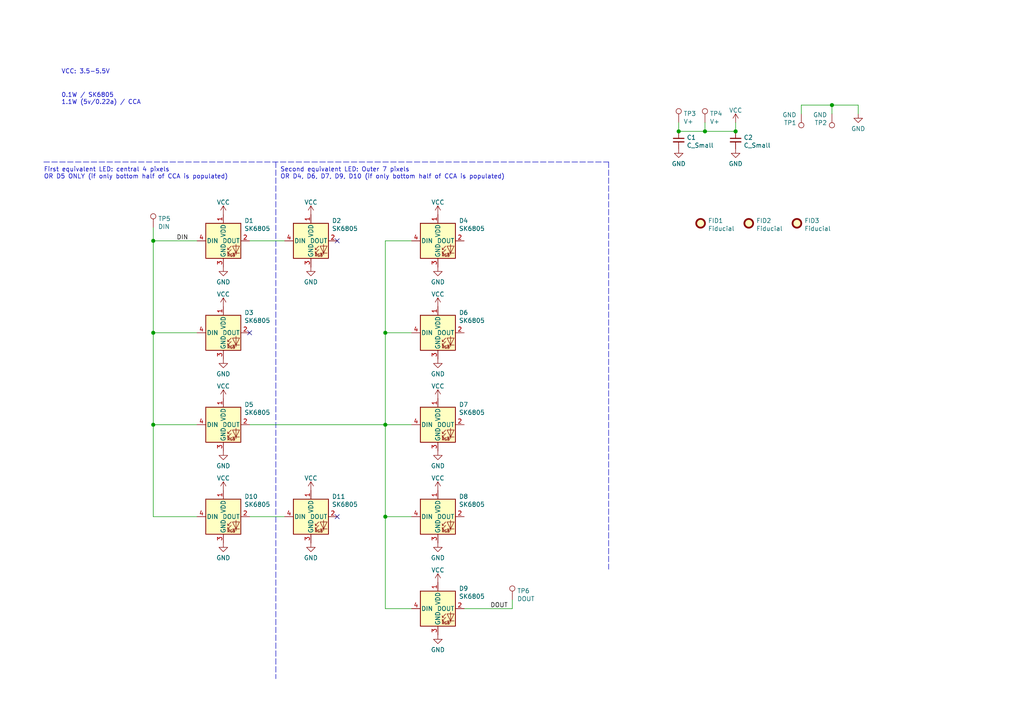
<source format=kicad_sch>
(kicad_sch (version 20210126) (generator eeschema)
  (paper "A4")
  (title_block (title "Scale CCA") (date "2021-08-15") (rev "v1r0"))
  (lib_symbols
    (symbol "Connector:TestPoint" (pin_numbers hide) (pin_names (offset 0.762) hide)
      (property "Reference" "TP" (at 0 6.858 0))
      (property "Value" "TestPoint" (at 0 5.08 0))
      (symbol "TestPoint_0_1"
        (circle (center 0 3.302) (radius 0.762))
      )
      (symbol "TestPoint_1_1"
        (pin passive line (at 0 0 90) (length 2.54) (name "1") (number "1"))
      )
    )
    (symbol "Device:C_Small" (pin_numbers hide) (pin_names (offset 0.254) hide)
      (property "Reference" "C" (at 0.254 1.778 0))
      (property "Value" "C_Small" (at 0.254 -2.032 0))
      (symbol "C_Small_0_1"
        (polyline (pts (xy -1.524 -0.508) (xy 1.524 -0.508)) (stroke (width 0.3302)))
        (polyline (pts (xy -1.524 0.508) (xy 1.524 0.508)) (stroke (width 0.3048)))
      )
      (symbol "C_Small_1_1"
        (pin passive line (at 0 2.54 270) (length 2.032) (name "~") (number "1"))
        (pin passive line (at 0 -2.54 90) (length 2.032) (name "~") (number "2"))
      )
    )
    (symbol "Mechanical:Fiducial"
      (property "Reference" "FID" (at 0 5.08 0))
      (property "Value" "Fiducial" (at 0 3.175 0))
      (symbol "Fiducial_0_1"
        (circle (center 0 0) (radius 1.27) (stroke (width 0.508)) (fill (type background)))
      )
    )
    (symbol "SK6805_2020:SK6805" (pin_names (offset 0.254))
      (property "Reference" "D" (at 7.62 6.35 0))
      (property "Value" "SK6805" (at 6.35 5.08 0))
      (symbol "SK6805_0_0"
        (text "RGB" (at 2.286 -4.191 0) (effects (font (size 0.762 0.762))))
      )
      (symbol "SK6805_0_1"
        (rectangle (start 5.08 5.08) (end -5.08 -5.08) (stroke (width 0.254)) (fill (type background)))
        (polyline (pts (xy 1.27 -3.556) (xy 1.778 -3.556)))
        (polyline (pts (xy 1.27 -2.54) (xy 1.778 -2.54)))
        (polyline (pts (xy 4.699 -3.556) (xy 2.667 -3.556)))
        (polyline (pts (xy 2.286 -2.54) (xy 1.27 -3.556) (xy 1.27 -3.048)))
        (polyline (pts (xy 2.286 -1.524) (xy 1.27 -2.54) (xy 1.27 -2.032)))
        (polyline (pts (xy 3.683 -1.016) (xy 3.683 -3.556) (xy 3.683 -4.064)))
        (polyline (pts (xy 4.699 -1.524) (xy 2.667 -1.524) (xy 3.683 -3.556) (xy 4.699 -1.524)))
      )
      (symbol "SK6805_1_1"
        (pin power_in line (at 0 7.62 270) (length 2.54) (name "VDD") (number "1"))
        (pin output line (at 7.62 0 180) (length 2.54) (name "DOUT") (number "2"))
        (pin power_in line (at 0 -7.62 90) (length 2.54) (name "GND") (number "3"))
        (pin input line (at -7.62 0 0) (length 2.54) (name "DIN") (number "4"))
      )
    )
    (symbol "power:GND" (power) (pin_names (offset 0))
      (property "Value" "GND" (at 0 -3.81 0))
      (symbol "GND_0_1"
        (polyline (pts (xy 0 0) (xy 0 -1.27) (xy 1.27 -1.27) (xy 0 -2.54) (xy -1.27 -1.27) (xy 0 -1.27)))
      )
      (symbol "GND_1_1"
        (pin power_in line (at 0 0 270) (length 0) hide (name "GND") (number "1"))
      )
    )
    (symbol "power:VCC" (power) (pin_names (offset 0))
      (property "Value" "VCC" (at 0 3.81 0))
      (symbol "VCC_0_1"
        (polyline (pts (xy -0.762 1.27) (xy 0 2.54)))
        (polyline (pts (xy 0 0) (xy 0 2.54)))
        (polyline (pts (xy 0 2.54) (xy 0.762 1.27)))
      )
      (symbol "VCC_1_1"
        (pin power_in line (at 0 0 90) (length 0) hide (name "VCC") (number "1"))
      )
    )
  )
  (junction (at 44.45 69.85) (diameter 1.016))
  (junction (at 44.45 96.52) (diameter 1.016))
  (junction (at 44.45 123.19) (diameter 1.016))
  (junction (at 111.76 96.52) (diameter 1.016))
  (junction (at 111.76 123.19) (diameter 1.016))
  (junction (at 111.76 149.86) (diameter 1.016))
  (junction (at 196.85 38.1) (diameter 1.016))
  (junction (at 204.47 38.1) (diameter 1.016))
  (junction (at 213.36 38.1) (diameter 1.016))
  (junction (at 241.3 30.48) (diameter 1.016))
  (no_connect (at 72.39 96.52))
  (no_connect (at 97.79 69.85))
  (no_connect (at 97.79 149.86))
  (wire (pts (xy 44.45 66.04) (xy 44.45 69.85)))
  (wire (pts (xy 44.45 69.85) (xy 44.45 96.52)))
  (wire (pts (xy 44.45 69.85) (xy 57.15 69.85)))
  (wire (pts (xy 44.45 96.52) (xy 44.45 123.19)))
  (wire (pts (xy 44.45 96.52) (xy 57.15 96.52)))
  (wire (pts (xy 44.45 123.19) (xy 44.45 149.86)))
  (wire (pts (xy 44.45 123.19) (xy 57.15 123.19)))
  (wire (pts (xy 44.45 149.86) (xy 57.15 149.86)))
  (wire (pts (xy 72.39 69.85) (xy 82.55 69.85)))
  (wire (pts (xy 72.39 123.19) (xy 111.76 123.19)))
  (wire (pts (xy 72.39 149.86) (xy 82.55 149.86)))
  (wire (pts (xy 111.76 69.85) (xy 111.76 96.52)))
  (wire (pts (xy 111.76 96.52) (xy 111.76 123.19)))
  (wire (pts (xy 111.76 123.19) (xy 111.76 149.86)))
  (wire (pts (xy 111.76 123.19) (xy 119.38 123.19)))
  (wire (pts (xy 111.76 176.53) (xy 111.76 149.86)))
  (wire (pts (xy 119.38 69.85) (xy 111.76 69.85)))
  (wire (pts (xy 119.38 96.52) (xy 111.76 96.52)))
  (wire (pts (xy 119.38 149.86) (xy 111.76 149.86)))
  (wire (pts (xy 119.38 176.53) (xy 111.76 176.53)))
  (wire (pts (xy 148.59 173.99) (xy 148.59 176.53)))
  (wire (pts (xy 148.59 176.53) (xy 134.62 176.53)))
  (wire (pts (xy 196.85 35.56) (xy 196.85 38.1)))
  (wire (pts (xy 196.85 38.1) (xy 204.47 38.1)))
  (wire (pts (xy 204.47 35.56) (xy 204.47 38.1)))
  (wire (pts (xy 204.47 38.1) (xy 213.36 38.1)))
  (wire (pts (xy 213.36 38.1) (xy 213.36 35.56)))
  (wire (pts (xy 232.41 30.48) (xy 241.3 30.48)))
  (wire (pts (xy 232.41 33.02) (xy 232.41 30.48)))
  (wire (pts (xy 241.3 30.48) (xy 241.3 33.02)))
  (wire (pts (xy 241.3 30.48) (xy 248.92 30.48)))
  (wire (pts (xy 248.92 30.48) (xy 248.92 33.02)))
  (polyline (pts (xy 12.7 46.99) (xy 176.53 46.99)) (stroke (width 0) (type dash)))
  (polyline (pts (xy 80.01 46.99) (xy 80.01 196.85)) (stroke (width 0) (type dash)))
  (polyline (pts (xy 176.53 46.99) (xy 176.53 165.1)) (stroke (width 0) (type dash)))
  (text "First equivalent LED: central 4 pixels\nOR D5 ONLY (if only bottom half of CCA is populated)" (at 12.7 52.07 0) (effects (font (size 1.27 1.27)) (justify left bottom)))
  (text "VCC: 3.5-5.5V" (at 17.78 21.59 0) (effects (font (size 1.27 1.27)) (justify left bottom)))
  (text "0.1W / SK6805\n1.1W (5v/0.22a) / CCA" (at 17.78 30.48 0) (effects (font (size 1.27 1.27)) (justify left bottom)))
  (text "Second equivalent LED: Outer 7 pixels\nOR D4, D6, D7, D9, D10 (if only bottom half of CCA is populated)" (at 81.28 52.07 0) (effects (font (size 1.27 1.27)) (justify left bottom)))
  (label "DIN" (at 54.61 69.85 180))
  (label "DOUT" (at 147.32 176.53 180))
  (symbol (lib_id "power:VCC") (at 64.77 62.23 0) (unit 1)
    (property "Reference" "#PWR05" (effects hide))
    (property "Value" "VCC" (at 64.77 58.6826 0))
  )
  (symbol (lib_id "power:VCC") (at 64.77 88.9 0) (unit 1)
    (property "Reference" "#PWR07" (effects hide))
    (property "Value" "VCC" (at 64.77 85.3526 0))
  )
  (symbol (lib_id "power:VCC") (at 64.77 115.57 0) (unit 1)
    (property "Reference" "#PWR09" (effects hide))
    (property "Value" "VCC" (at 64.77 112.0226 0))
  )
  (symbol (lib_id "power:VCC") (at 64.77 142.24 0) (unit 1)
    (property "Reference" "#PWR020" (effects hide))
    (property "Value" "VCC" (at 64.77 138.6926 0))
  )
  (symbol (lib_id "power:VCC") (at 90.17 62.23 0) (unit 1)
    (property "Reference" "#PWR06" (effects hide))
    (property "Value" "VCC" (at 90.17 58.6826 0))
  )
  (symbol (lib_id "power:VCC") (at 90.17 142.24 0) (unit 1)
    (property "Reference" "#PWR021" (effects hide))
    (property "Value" "VCC" (at 90.17 138.6926 0))
  )
  (symbol (lib_id "power:VCC") (at 127 62.23 0) (unit 1)
    (property "Reference" "#PWR08" (effects hide))
    (property "Value" "VCC" (at 127 58.6826 0))
  )
  (symbol (lib_id "power:VCC") (at 127 88.9 0) (unit 1)
    (property "Reference" "#PWR010" (effects hide))
    (property "Value" "VCC" (at 127 85.3526 0))
  )
  (symbol (lib_id "power:VCC") (at 127 115.57 0) (unit 1)
    (property "Reference" "#PWR017" (effects hide))
    (property "Value" "VCC" (at 127 112.0226 0))
  )
  (symbol (lib_id "power:VCC") (at 127 142.24 0) (unit 1)
    (property "Reference" "#PWR018" (effects hide))
    (property "Value" "VCC" (at 127 138.6926 0))
  )
  (symbol (lib_id "power:VCC") (at 127 168.91 0) (unit 1)
    (property "Reference" "#PWR019" (effects hide))
    (property "Value" "VCC" (at 127 165.3626 0))
  )
  (symbol (lib_id "power:VCC") (at 213.36 35.56 0) (unit 1)
    (property "Reference" "#PWR02" (effects hide))
    (property "Value" "VCC" (at 213.36 32.0126 0))
  )
  (symbol (lib_id "Connector:TestPoint") (at 44.45 66.04 0) (unit 1)
    (property "Reference" "TP5" (at 45.8471 63.4376 0) (effects (justify left)))
    (property "Value" "DIN" (at 45.8471 65.7363 0) (effects (justify left)))
    (property "Footprint" "SMT_24AWG_Pad:SMT_24AWG_Pad" (effects hide))
  )
  (symbol (lib_id "Connector:TestPoint") (at 148.59 173.99 0) (unit 1)
    (property "Reference" "TP6" (at 149.9871 171.3876 0) (effects (justify left)))
    (property "Value" "DOUT" (at 149.9871 173.6863 0) (effects (justify left)))
    (property "Footprint" "SMT_24AWG_Pad:SMT_24AWG_Pad" (effects hide))
  )
  (symbol (lib_id "Connector:TestPoint") (at 196.85 35.56 0) (unit 1)
    (property "Reference" "TP3" (at 198.2471 32.9576 0) (effects (justify left)))
    (property "Value" "V+" (at 198.2471 35.2563 0) (effects (justify left)))
    (property "Footprint" "SMT_24AWG_Pad:SMT_24AWG_Pad" (effects hide))
  )
  (symbol (lib_id "Connector:TestPoint") (at 204.47 35.56 0) (unit 1)
    (property "Reference" "TP4" (at 205.8671 32.9576 0) (effects (justify left)))
    (property "Value" "V+" (at 205.8671 35.2563 0) (effects (justify left)))
    (property "Footprint" "SMT_24AWG_Pad:SMT_24AWG_Pad" (effects hide))
  )
  (symbol (lib_id "Connector:TestPoint") (at 232.41 33.02 180) (unit 1)
    (property "Reference" "TP1" (at 231.0129 35.6224 0) (effects (justify left)))
    (property "Value" "GND" (at 231.0129 33.3237 0) (effects (justify left)))
    (property "Footprint" "SMT_24AWG_Pad:SMT_24AWG_Pad" (effects hide))
  )
  (symbol (lib_id "Connector:TestPoint") (at 241.3 33.02 180) (unit 1)
    (property "Reference" "TP2" (at 239.9029 35.6224 0) (effects (justify left)))
    (property "Value" "GND" (at 239.9029 33.3237 0) (effects (justify left)))
    (property "Footprint" "SMT_24AWG_Pad:SMT_24AWG_Pad" (effects hide))
  )
  (symbol (lib_id "power:GND") (at 64.77 77.47 0) (unit 1)
    (property "Reference" "#PWR011" (effects hide))
    (property "Value" "GND" (at 64.77 81.7944 0))
  )
  (symbol (lib_id "power:GND") (at 64.77 104.14 0) (unit 1)
    (property "Reference" "#PWR013" (effects hide))
    (property "Value" "GND" (at 64.77 108.4644 0))
  )
  (symbol (lib_id "power:GND") (at 64.77 130.81 0) (unit 1)
    (property "Reference" "#PWR015" (effects hide))
    (property "Value" "GND" (at 64.77 135.1344 0))
  )
  (symbol (lib_id "power:GND") (at 64.77 157.48 0) (unit 1)
    (property "Reference" "#PWR025" (effects hide))
    (property "Value" "GND" (at 64.77 161.8044 0))
  )
  (symbol (lib_id "power:GND") (at 90.17 77.47 0) (unit 1)
    (property "Reference" "#PWR012" (effects hide))
    (property "Value" "GND" (at 90.17 81.7944 0))
  )
  (symbol (lib_id "power:GND") (at 90.17 157.48 0) (unit 1)
    (property "Reference" "#PWR026" (effects hide))
    (property "Value" "GND" (at 90.17 161.8044 0))
  )
  (symbol (lib_id "power:GND") (at 127 77.47 0) (unit 1)
    (property "Reference" "#PWR014" (effects hide))
    (property "Value" "GND" (at 127 81.7944 0))
  )
  (symbol (lib_id "power:GND") (at 127 104.14 0) (unit 1)
    (property "Reference" "#PWR016" (effects hide))
    (property "Value" "GND" (at 127 108.4644 0))
  )
  (symbol (lib_id "power:GND") (at 127 130.81 0) (unit 1)
    (property "Reference" "#PWR022" (effects hide))
    (property "Value" "GND" (at 127 135.1344 0))
  )
  (symbol (lib_id "power:GND") (at 127 157.48 0) (unit 1)
    (property "Reference" "#PWR023" (effects hide))
    (property "Value" "GND" (at 127 161.8044 0))
  )
  (symbol (lib_id "power:GND") (at 127 184.15 0) (unit 1)
    (property "Reference" "#PWR024" (effects hide))
    (property "Value" "GND" (at 127 188.4744 0))
  )
  (symbol (lib_id "power:GND") (at 196.85 43.18 0) (unit 1)
    (property "Reference" "#PWR03" (effects hide))
    (property "Value" "GND" (at 196.85 47.5044 0))
  )
  (symbol (lib_id "power:GND") (at 213.36 43.18 0) (unit 1)
    (property "Reference" "#PWR04" (effects hide))
    (property "Value" "GND" (at 213.36 47.5044 0))
  )
  (symbol (lib_id "power:GND") (at 248.92 33.02 0) (unit 1)
    (property "Reference" "#PWR01" (effects hide))
    (property "Value" "GND" (at 248.92 37.3444 0))
  )
  (symbol (lib_id "Mechanical:Fiducial") (at 203.2 64.77 0) (unit 1)
    (property "Reference" "FID1" (at 205.3591 64.0091 0) (effects (justify left)))
    (property "Value" "Fiducial" (at 205.3591 66.3078 0) (effects (justify left)))
    (property "Footprint" "Fiducial:Fiducial_0.5mm_Mask1mm" (effects hide))
  )
  (symbol (lib_id "Mechanical:Fiducial") (at 217.17 64.77 0) (unit 1)
    (property "Reference" "FID2" (at 219.3291 64.0091 0) (effects (justify left)))
    (property "Value" "Fiducial" (at 219.3291 66.3078 0) (effects (justify left)))
    (property "Footprint" "Fiducial:Fiducial_0.5mm_Mask1mm" (effects hide))
  )
  (symbol (lib_id "Mechanical:Fiducial") (at 231.14 64.77 0) (unit 1)
    (property "Reference" "FID3" (at 233.2991 64.0091 0) (effects (justify left)))
    (property "Value" "Fiducial" (at 233.2991 66.3078 0) (effects (justify left)))
    (property "Footprint" "Fiducial:Fiducial_0.5mm_Mask1mm" (effects hide))
  )
  (symbol (lib_id "Device:C_Small") (at 196.85 40.64 0) (unit 1)
    (property "Reference" "C1" (at 199.1742 39.8791 0) (effects (justify left)))
    (property "Value" "C_Small" (at 199.1742 42.1778 0) (effects (justify left)))
    (property "Footprint" "Capacitor_SMD:C_0805_2012Metric" (effects hide))
  )
  (symbol (lib_id "Device:C_Small") (at 213.36 40.64 0) (unit 1)
    (property "Reference" "C2" (at 215.6842 39.8791 0) (effects (justify left)))
    (property "Value" "C_Small" (at 215.6842 42.1778 0) (effects (justify left)))
    (property "Footprint" "Capacitor_SMD:C_0805_2012Metric" (effects hide))
  )
  (symbol (lib_id "SK6805_2020:SK6805") (at 64.77 69.85 0) (unit 1)
    (property "Reference" "D1" (at 70.8661 64.0091 0) (effects (justify left)))
    (property "Value" "SK6805" (at 70.8661 66.3078 0) (effects (justify left)))
    (property "Footprint" "SK6805_2020:LED_SK6805_2.0x2.0mm" (effects hide))
    (property "Datasheet" "https://cdn-shop.adafruit.com/product-files/3484/3484_Datasheet.pdf" (effects hide))
  )
  (symbol (lib_id "SK6805_2020:SK6805") (at 64.77 96.52 0) (unit 1)
    (property "Reference" "D3" (at 70.8661 90.6791 0) (effects (justify left)))
    (property "Value" "SK6805" (at 70.8661 92.9778 0) (effects (justify left)))
    (property "Footprint" "SK6805_2020:LED_SK6805_2.0x2.0mm" (effects hide))
    (property "Datasheet" "https://cdn-shop.adafruit.com/product-files/3484/3484_Datasheet.pdf" (effects hide))
  )
  (symbol (lib_id "SK6805_2020:SK6805") (at 64.77 123.19 0) (unit 1)
    (property "Reference" "D5" (at 70.8661 117.3491 0) (effects (justify left)))
    (property "Value" "SK6805" (at 70.8661 119.6478 0) (effects (justify left)))
    (property "Footprint" "SK6805_2020:LED_SK6805_2.0x2.0mm" (effects hide))
    (property "Datasheet" "https://cdn-shop.adafruit.com/product-files/3484/3484_Datasheet.pdf" (effects hide))
  )
  (symbol (lib_id "SK6805_2020:SK6805") (at 64.77 149.86 0) (unit 1)
    (property "Reference" "D10" (at 70.8661 144.0191 0) (effects (justify left)))
    (property "Value" "SK6805" (at 70.8661 146.3178 0) (effects (justify left)))
    (property "Footprint" "SK6805_2020:LED_SK6805_2.0x2.0mm" (effects hide))
    (property "Datasheet" "https://cdn-shop.adafruit.com/product-files/3484/3484_Datasheet.pdf" (effects hide))
  )
  (symbol (lib_id "SK6805_2020:SK6805") (at 90.17 69.85 0) (unit 1)
    (property "Reference" "D2" (at 96.2661 64.0091 0) (effects (justify left)))
    (property "Value" "SK6805" (at 96.2661 66.3078 0) (effects (justify left)))
    (property "Footprint" "SK6805_2020:LED_SK6805_2.0x2.0mm" (effects hide))
    (property "Datasheet" "https://cdn-shop.adafruit.com/product-files/3484/3484_Datasheet.pdf" (effects hide))
  )
  (symbol (lib_id "SK6805_2020:SK6805") (at 90.17 149.86 0) (unit 1)
    (property "Reference" "D11" (at 96.2661 144.0191 0) (effects (justify left)))
    (property "Value" "SK6805" (at 96.2661 146.3178 0) (effects (justify left)))
    (property "Footprint" "SK6805_2020:LED_SK6805_2.0x2.0mm" (effects hide))
    (property "Datasheet" "https://cdn-shop.adafruit.com/product-files/3484/3484_Datasheet.pdf" (effects hide))
  )
  (symbol (lib_id "SK6805_2020:SK6805") (at 127 69.85 0) (unit 1)
    (property "Reference" "D4" (at 133.0961 64.0091 0) (effects (justify left)))
    (property "Value" "SK6805" (at 133.0961 66.3078 0) (effects (justify left)))
    (property "Footprint" "SK6805_2020:LED_SK6805_2.0x2.0mm" (effects hide))
    (property "Datasheet" "https://cdn-shop.adafruit.com/product-files/3484/3484_Datasheet.pdf" (effects hide))
  )
  (symbol (lib_id "SK6805_2020:SK6805") (at 127 96.52 0) (unit 1)
    (property "Reference" "D6" (at 133.0961 90.6791 0) (effects (justify left)))
    (property "Value" "SK6805" (at 133.0961 92.9778 0) (effects (justify left)))
    (property "Footprint" "SK6805_2020:LED_SK6805_2.0x2.0mm" (effects hide))
    (property "Datasheet" "https://cdn-shop.adafruit.com/product-files/3484/3484_Datasheet.pdf" (effects hide))
  )
  (symbol (lib_id "SK6805_2020:SK6805") (at 127 123.19 0) (unit 1)
    (property "Reference" "D7" (at 133.0961 117.3491 0) (effects (justify left)))
    (property "Value" "SK6805" (at 133.0961 119.6478 0) (effects (justify left)))
    (property "Footprint" "SK6805_2020:LED_SK6805_2.0x2.0mm" (effects hide))
    (property "Datasheet" "https://cdn-shop.adafruit.com/product-files/3484/3484_Datasheet.pdf" (effects hide))
  )
  (symbol (lib_id "SK6805_2020:SK6805") (at 127 149.86 0) (unit 1)
    (property "Reference" "D8" (at 133.0961 144.0191 0) (effects (justify left)))
    (property "Value" "SK6805" (at 133.0961 146.3178 0) (effects (justify left)))
    (property "Footprint" "SK6805_2020:LED_SK6805_2.0x2.0mm" (effects hide))
    (property "Datasheet" "https://cdn-shop.adafruit.com/product-files/3484/3484_Datasheet.pdf" (effects hide))
  )
  (symbol (lib_id "SK6805_2020:SK6805") (at 127 176.53 0) (unit 1)
    (property "Reference" "D9" (at 133.0961 170.6891 0) (effects (justify left)))
    (property "Value" "SK6805" (at 133.0961 172.9878 0) (effects (justify left)))
    (property "Footprint" "SK6805_2020:LED_SK6805_2.0x2.0mm" (effects hide))
    (property "Datasheet" "https://cdn-shop.adafruit.com/product-files/3484/3484_Datasheet.pdf" (effects hide))
  )
)
</source>
